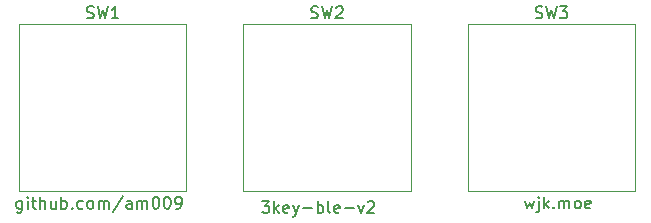
<source format=gto>
G04 #@! TF.GenerationSoftware,KiCad,Pcbnew,(6.0.4)*
G04 #@! TF.CreationDate,2022-05-25T10:20:10+08:00*
G04 #@! TF.ProjectId,3key-v2,336b6579-2d76-4322-9e6b-696361645f70,rev?*
G04 #@! TF.SameCoordinates,Original*
G04 #@! TF.FileFunction,Legend,Top*
G04 #@! TF.FilePolarity,Positive*
%FSLAX46Y46*%
G04 Gerber Fmt 4.6, Leading zero omitted, Abs format (unit mm)*
G04 Created by KiCad (PCBNEW (6.0.4)) date 2022-05-25 10:20:10*
%MOMM*%
%LPD*%
G01*
G04 APERTURE LIST*
%ADD10C,0.150000*%
%ADD11C,0.120000*%
%ADD12C,4.000000*%
%ADD13C,1.750000*%
%ADD14R,1.700000X1.700000*%
%ADD15O,1.700000X1.700000*%
G04 APERTURE END LIST*
D10*
X135765476Y-105285714D02*
X135955952Y-105952380D01*
X136146428Y-105476190D01*
X136336904Y-105952380D01*
X136527380Y-105285714D01*
X136908333Y-105285714D02*
X136908333Y-106142857D01*
X136860714Y-106238095D01*
X136765476Y-106285714D01*
X136717857Y-106285714D01*
X136908333Y-104952380D02*
X136860714Y-105000000D01*
X136908333Y-105047619D01*
X136955952Y-105000000D01*
X136908333Y-104952380D01*
X136908333Y-105047619D01*
X137384523Y-105952380D02*
X137384523Y-104952380D01*
X137479761Y-105571428D02*
X137765476Y-105952380D01*
X137765476Y-105285714D02*
X137384523Y-105666666D01*
X138194047Y-105857142D02*
X138241666Y-105904761D01*
X138194047Y-105952380D01*
X138146428Y-105904761D01*
X138194047Y-105857142D01*
X138194047Y-105952380D01*
X138670238Y-105952380D02*
X138670238Y-105285714D01*
X138670238Y-105380952D02*
X138717857Y-105333333D01*
X138813095Y-105285714D01*
X138955952Y-105285714D01*
X139051190Y-105333333D01*
X139098809Y-105428571D01*
X139098809Y-105952380D01*
X139098809Y-105428571D02*
X139146428Y-105333333D01*
X139241666Y-105285714D01*
X139384523Y-105285714D01*
X139479761Y-105333333D01*
X139527380Y-105428571D01*
X139527380Y-105952380D01*
X140146428Y-105952380D02*
X140051190Y-105904761D01*
X140003571Y-105857142D01*
X139955952Y-105761904D01*
X139955952Y-105476190D01*
X140003571Y-105380952D01*
X140051190Y-105333333D01*
X140146428Y-105285714D01*
X140289285Y-105285714D01*
X140384523Y-105333333D01*
X140432142Y-105380952D01*
X140479761Y-105476190D01*
X140479761Y-105761904D01*
X140432142Y-105857142D01*
X140384523Y-105904761D01*
X140289285Y-105952380D01*
X140146428Y-105952380D01*
X141289285Y-105904761D02*
X141194047Y-105952380D01*
X141003571Y-105952380D01*
X140908333Y-105904761D01*
X140860714Y-105809523D01*
X140860714Y-105428571D01*
X140908333Y-105333333D01*
X141003571Y-105285714D01*
X141194047Y-105285714D01*
X141289285Y-105333333D01*
X141336904Y-105428571D01*
X141336904Y-105523809D01*
X140860714Y-105619047D01*
X113489285Y-105327380D02*
X114108333Y-105327380D01*
X113775000Y-105708333D01*
X113917857Y-105708333D01*
X114013095Y-105755952D01*
X114060714Y-105803571D01*
X114108333Y-105898809D01*
X114108333Y-106136904D01*
X114060714Y-106232142D01*
X114013095Y-106279761D01*
X113917857Y-106327380D01*
X113632142Y-106327380D01*
X113536904Y-106279761D01*
X113489285Y-106232142D01*
X114536904Y-106327380D02*
X114536904Y-105327380D01*
X114632142Y-105946428D02*
X114917857Y-106327380D01*
X114917857Y-105660714D02*
X114536904Y-106041666D01*
X115727380Y-106279761D02*
X115632142Y-106327380D01*
X115441666Y-106327380D01*
X115346428Y-106279761D01*
X115298809Y-106184523D01*
X115298809Y-105803571D01*
X115346428Y-105708333D01*
X115441666Y-105660714D01*
X115632142Y-105660714D01*
X115727380Y-105708333D01*
X115775000Y-105803571D01*
X115775000Y-105898809D01*
X115298809Y-105994047D01*
X116108333Y-105660714D02*
X116346428Y-106327380D01*
X116584523Y-105660714D02*
X116346428Y-106327380D01*
X116251190Y-106565476D01*
X116203571Y-106613095D01*
X116108333Y-106660714D01*
X116965476Y-105946428D02*
X117727380Y-105946428D01*
X118203571Y-106327380D02*
X118203571Y-105327380D01*
X118203571Y-105708333D02*
X118298809Y-105660714D01*
X118489285Y-105660714D01*
X118584523Y-105708333D01*
X118632142Y-105755952D01*
X118679761Y-105851190D01*
X118679761Y-106136904D01*
X118632142Y-106232142D01*
X118584523Y-106279761D01*
X118489285Y-106327380D01*
X118298809Y-106327380D01*
X118203571Y-106279761D01*
X119251190Y-106327380D02*
X119155952Y-106279761D01*
X119108333Y-106184523D01*
X119108333Y-105327380D01*
X120013095Y-106279761D02*
X119917857Y-106327380D01*
X119727380Y-106327380D01*
X119632142Y-106279761D01*
X119584523Y-106184523D01*
X119584523Y-105803571D01*
X119632142Y-105708333D01*
X119727380Y-105660714D01*
X119917857Y-105660714D01*
X120013095Y-105708333D01*
X120060714Y-105803571D01*
X120060714Y-105898809D01*
X119584523Y-105994047D01*
X120489285Y-105946428D02*
X121251190Y-105946428D01*
X121632142Y-105660714D02*
X121870238Y-106327380D01*
X122108333Y-105660714D01*
X122441666Y-105422619D02*
X122489285Y-105375000D01*
X122584523Y-105327380D01*
X122822619Y-105327380D01*
X122917857Y-105375000D01*
X122965476Y-105422619D01*
X123013095Y-105517857D01*
X123013095Y-105613095D01*
X122965476Y-105755952D01*
X122394047Y-106327380D01*
X123013095Y-106327380D01*
X93176190Y-105310714D02*
X93176190Y-106120238D01*
X93128571Y-106215476D01*
X93080952Y-106263095D01*
X92985714Y-106310714D01*
X92842857Y-106310714D01*
X92747619Y-106263095D01*
X93176190Y-105929761D02*
X93080952Y-105977380D01*
X92890476Y-105977380D01*
X92795238Y-105929761D01*
X92747619Y-105882142D01*
X92700000Y-105786904D01*
X92700000Y-105501190D01*
X92747619Y-105405952D01*
X92795238Y-105358333D01*
X92890476Y-105310714D01*
X93080952Y-105310714D01*
X93176190Y-105358333D01*
X93652380Y-105977380D02*
X93652380Y-105310714D01*
X93652380Y-104977380D02*
X93604761Y-105025000D01*
X93652380Y-105072619D01*
X93700000Y-105025000D01*
X93652380Y-104977380D01*
X93652380Y-105072619D01*
X93985714Y-105310714D02*
X94366666Y-105310714D01*
X94128571Y-104977380D02*
X94128571Y-105834523D01*
X94176190Y-105929761D01*
X94271428Y-105977380D01*
X94366666Y-105977380D01*
X94700000Y-105977380D02*
X94700000Y-104977380D01*
X95128571Y-105977380D02*
X95128571Y-105453571D01*
X95080952Y-105358333D01*
X94985714Y-105310714D01*
X94842857Y-105310714D01*
X94747619Y-105358333D01*
X94700000Y-105405952D01*
X96033333Y-105310714D02*
X96033333Y-105977380D01*
X95604761Y-105310714D02*
X95604761Y-105834523D01*
X95652380Y-105929761D01*
X95747619Y-105977380D01*
X95890476Y-105977380D01*
X95985714Y-105929761D01*
X96033333Y-105882142D01*
X96509523Y-105977380D02*
X96509523Y-104977380D01*
X96509523Y-105358333D02*
X96604761Y-105310714D01*
X96795238Y-105310714D01*
X96890476Y-105358333D01*
X96938095Y-105405952D01*
X96985714Y-105501190D01*
X96985714Y-105786904D01*
X96938095Y-105882142D01*
X96890476Y-105929761D01*
X96795238Y-105977380D01*
X96604761Y-105977380D01*
X96509523Y-105929761D01*
X97414285Y-105882142D02*
X97461904Y-105929761D01*
X97414285Y-105977380D01*
X97366666Y-105929761D01*
X97414285Y-105882142D01*
X97414285Y-105977380D01*
X98319047Y-105929761D02*
X98223809Y-105977380D01*
X98033333Y-105977380D01*
X97938095Y-105929761D01*
X97890476Y-105882142D01*
X97842857Y-105786904D01*
X97842857Y-105501190D01*
X97890476Y-105405952D01*
X97938095Y-105358333D01*
X98033333Y-105310714D01*
X98223809Y-105310714D01*
X98319047Y-105358333D01*
X98890476Y-105977380D02*
X98795238Y-105929761D01*
X98747619Y-105882142D01*
X98700000Y-105786904D01*
X98700000Y-105501190D01*
X98747619Y-105405952D01*
X98795238Y-105358333D01*
X98890476Y-105310714D01*
X99033333Y-105310714D01*
X99128571Y-105358333D01*
X99176190Y-105405952D01*
X99223809Y-105501190D01*
X99223809Y-105786904D01*
X99176190Y-105882142D01*
X99128571Y-105929761D01*
X99033333Y-105977380D01*
X98890476Y-105977380D01*
X99652380Y-105977380D02*
X99652380Y-105310714D01*
X99652380Y-105405952D02*
X99700000Y-105358333D01*
X99795238Y-105310714D01*
X99938095Y-105310714D01*
X100033333Y-105358333D01*
X100080952Y-105453571D01*
X100080952Y-105977380D01*
X100080952Y-105453571D02*
X100128571Y-105358333D01*
X100223809Y-105310714D01*
X100366666Y-105310714D01*
X100461904Y-105358333D01*
X100509523Y-105453571D01*
X100509523Y-105977380D01*
X101700000Y-104929761D02*
X100842857Y-106215476D01*
X102461904Y-105977380D02*
X102461904Y-105453571D01*
X102414285Y-105358333D01*
X102319047Y-105310714D01*
X102128571Y-105310714D01*
X102033333Y-105358333D01*
X102461904Y-105929761D02*
X102366666Y-105977380D01*
X102128571Y-105977380D01*
X102033333Y-105929761D01*
X101985714Y-105834523D01*
X101985714Y-105739285D01*
X102033333Y-105644047D01*
X102128571Y-105596428D01*
X102366666Y-105596428D01*
X102461904Y-105548809D01*
X102938095Y-105977380D02*
X102938095Y-105310714D01*
X102938095Y-105405952D02*
X102985714Y-105358333D01*
X103080952Y-105310714D01*
X103223809Y-105310714D01*
X103319047Y-105358333D01*
X103366666Y-105453571D01*
X103366666Y-105977380D01*
X103366666Y-105453571D02*
X103414285Y-105358333D01*
X103509523Y-105310714D01*
X103652380Y-105310714D01*
X103747619Y-105358333D01*
X103795238Y-105453571D01*
X103795238Y-105977380D01*
X104461904Y-104977380D02*
X104557142Y-104977380D01*
X104652380Y-105025000D01*
X104700000Y-105072619D01*
X104747619Y-105167857D01*
X104795238Y-105358333D01*
X104795238Y-105596428D01*
X104747619Y-105786904D01*
X104700000Y-105882142D01*
X104652380Y-105929761D01*
X104557142Y-105977380D01*
X104461904Y-105977380D01*
X104366666Y-105929761D01*
X104319047Y-105882142D01*
X104271428Y-105786904D01*
X104223809Y-105596428D01*
X104223809Y-105358333D01*
X104271428Y-105167857D01*
X104319047Y-105072619D01*
X104366666Y-105025000D01*
X104461904Y-104977380D01*
X105414285Y-104977380D02*
X105509523Y-104977380D01*
X105604761Y-105025000D01*
X105652380Y-105072619D01*
X105700000Y-105167857D01*
X105747619Y-105358333D01*
X105747619Y-105596428D01*
X105700000Y-105786904D01*
X105652380Y-105882142D01*
X105604761Y-105929761D01*
X105509523Y-105977380D01*
X105414285Y-105977380D01*
X105319047Y-105929761D01*
X105271428Y-105882142D01*
X105223809Y-105786904D01*
X105176190Y-105596428D01*
X105176190Y-105358333D01*
X105223809Y-105167857D01*
X105271428Y-105072619D01*
X105319047Y-105025000D01*
X105414285Y-104977380D01*
X106223809Y-105977380D02*
X106414285Y-105977380D01*
X106509523Y-105929761D01*
X106557142Y-105882142D01*
X106652380Y-105739285D01*
X106700000Y-105548809D01*
X106700000Y-105167857D01*
X106652380Y-105072619D01*
X106604761Y-105025000D01*
X106509523Y-104977380D01*
X106319047Y-104977380D01*
X106223809Y-105025000D01*
X106176190Y-105072619D01*
X106128571Y-105167857D01*
X106128571Y-105405952D01*
X106176190Y-105501190D01*
X106223809Y-105548809D01*
X106319047Y-105596428D01*
X106509523Y-105596428D01*
X106604761Y-105548809D01*
X106652380Y-105501190D01*
X106700000Y-105405952D01*
X117666666Y-89804761D02*
X117809523Y-89852380D01*
X118047619Y-89852380D01*
X118142857Y-89804761D01*
X118190476Y-89757142D01*
X118238095Y-89661904D01*
X118238095Y-89566666D01*
X118190476Y-89471428D01*
X118142857Y-89423809D01*
X118047619Y-89376190D01*
X117857142Y-89328571D01*
X117761904Y-89280952D01*
X117714285Y-89233333D01*
X117666666Y-89138095D01*
X117666666Y-89042857D01*
X117714285Y-88947619D01*
X117761904Y-88900000D01*
X117857142Y-88852380D01*
X118095238Y-88852380D01*
X118238095Y-88900000D01*
X118571428Y-88852380D02*
X118809523Y-89852380D01*
X119000000Y-89138095D01*
X119190476Y-89852380D01*
X119428571Y-88852380D01*
X119761904Y-88947619D02*
X119809523Y-88900000D01*
X119904761Y-88852380D01*
X120142857Y-88852380D01*
X120238095Y-88900000D01*
X120285714Y-88947619D01*
X120333333Y-89042857D01*
X120333333Y-89138095D01*
X120285714Y-89280952D01*
X119714285Y-89852380D01*
X120333333Y-89852380D01*
X98666666Y-89804761D02*
X98809523Y-89852380D01*
X99047619Y-89852380D01*
X99142857Y-89804761D01*
X99190476Y-89757142D01*
X99238095Y-89661904D01*
X99238095Y-89566666D01*
X99190476Y-89471428D01*
X99142857Y-89423809D01*
X99047619Y-89376190D01*
X98857142Y-89328571D01*
X98761904Y-89280952D01*
X98714285Y-89233333D01*
X98666666Y-89138095D01*
X98666666Y-89042857D01*
X98714285Y-88947619D01*
X98761904Y-88900000D01*
X98857142Y-88852380D01*
X99095238Y-88852380D01*
X99238095Y-88900000D01*
X99571428Y-88852380D02*
X99809523Y-89852380D01*
X100000000Y-89138095D01*
X100190476Y-89852380D01*
X100428571Y-88852380D01*
X101333333Y-89852380D02*
X100761904Y-89852380D01*
X101047619Y-89852380D02*
X101047619Y-88852380D01*
X100952380Y-88995238D01*
X100857142Y-89090476D01*
X100761904Y-89138095D01*
X136666666Y-89804761D02*
X136809523Y-89852380D01*
X137047619Y-89852380D01*
X137142857Y-89804761D01*
X137190476Y-89757142D01*
X137238095Y-89661904D01*
X137238095Y-89566666D01*
X137190476Y-89471428D01*
X137142857Y-89423809D01*
X137047619Y-89376190D01*
X136857142Y-89328571D01*
X136761904Y-89280952D01*
X136714285Y-89233333D01*
X136666666Y-89138095D01*
X136666666Y-89042857D01*
X136714285Y-88947619D01*
X136761904Y-88900000D01*
X136857142Y-88852380D01*
X137095238Y-88852380D01*
X137238095Y-88900000D01*
X137571428Y-88852380D02*
X137809523Y-89852380D01*
X138000000Y-89138095D01*
X138190476Y-89852380D01*
X138428571Y-88852380D01*
X138714285Y-88852380D02*
X139333333Y-88852380D01*
X139000000Y-89233333D01*
X139142857Y-89233333D01*
X139238095Y-89280952D01*
X139285714Y-89328571D01*
X139333333Y-89423809D01*
X139333333Y-89661904D01*
X139285714Y-89757142D01*
X139238095Y-89804761D01*
X139142857Y-89852380D01*
X138857142Y-89852380D01*
X138761904Y-89804761D01*
X138714285Y-89757142D01*
D11*
X126100000Y-104500000D02*
X126100000Y-90300000D01*
X111900000Y-90300000D02*
X111900000Y-104500000D01*
X111900000Y-104500000D02*
X126100000Y-104500000D01*
X126100000Y-90300000D02*
X111900000Y-90300000D01*
X92900000Y-104500000D02*
X107100000Y-104500000D01*
X92900000Y-90300000D02*
X92900000Y-104500000D01*
X107100000Y-90300000D02*
X92900000Y-90300000D01*
X107100000Y-104500000D02*
X107100000Y-90300000D01*
X145100000Y-90300000D02*
X130900000Y-90300000D01*
X145100000Y-104500000D02*
X145100000Y-90300000D01*
X130900000Y-90300000D02*
X130900000Y-104500000D01*
X130900000Y-104500000D02*
X145100000Y-104500000D01*
%LPC*%
D12*
X119000000Y-97400000D03*
D13*
X113920000Y-97400000D03*
X124080000Y-97400000D03*
X94920000Y-97400000D03*
X105080000Y-97400000D03*
D12*
X100000000Y-97400000D03*
X138000000Y-97400000D03*
D13*
X143080000Y-97400000D03*
X132920000Y-97400000D03*
D14*
X105000000Y-86000000D03*
D15*
X107540000Y-86000000D03*
X110080000Y-86000000D03*
X112620000Y-86000000D03*
X115160000Y-86000000D03*
X117700000Y-86000000D03*
X120240000Y-86000000D03*
X122780000Y-86000000D03*
D14*
X105000000Y-108800000D03*
D15*
X107540000Y-108800000D03*
X110080000Y-108800000D03*
X112620000Y-108800000D03*
X115160000Y-108800000D03*
X117700000Y-108800000D03*
X120240000Y-108800000D03*
X122780000Y-108800000D03*
M02*

</source>
